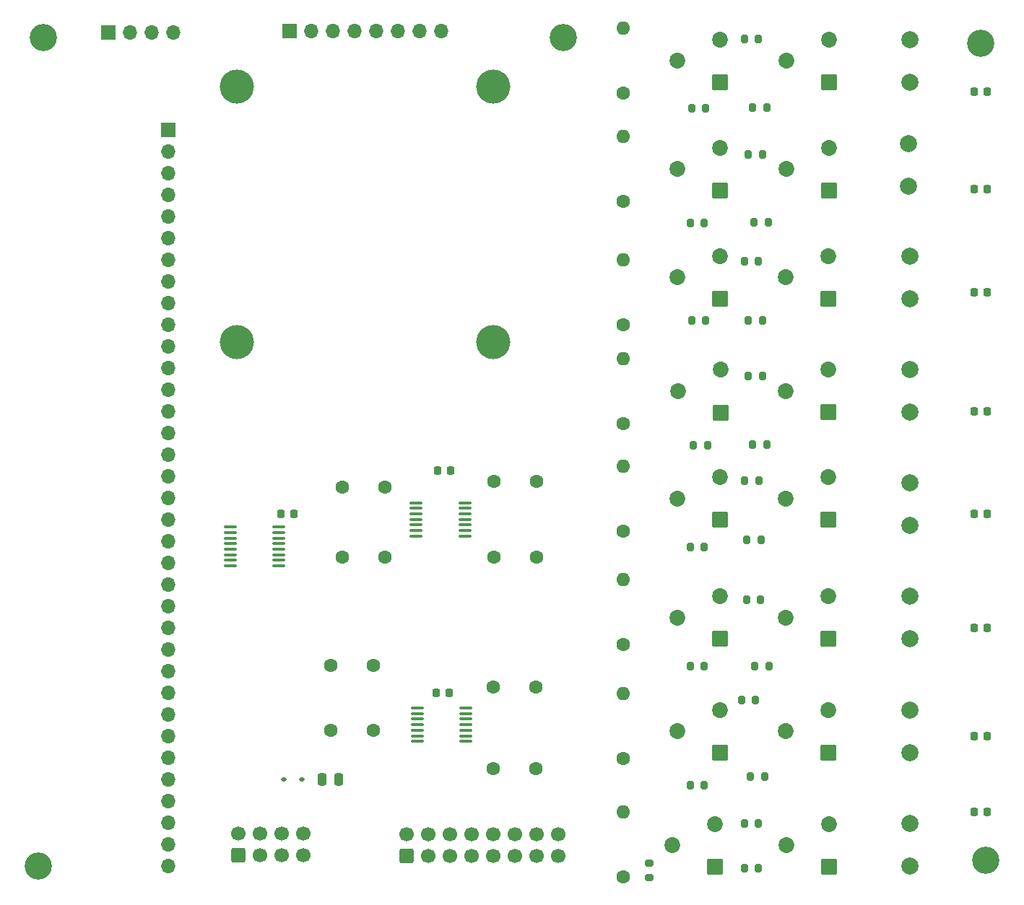
<source format=gbr>
%TF.GenerationSoftware,KiCad,Pcbnew,8.0.8*%
%TF.CreationDate,2025-02-19T17:07:23+00:00*%
%TF.ProjectId,MEMLSensorBoard,4d454d4c-5365-46e7-936f-72426f617264,rev?*%
%TF.SameCoordinates,Original*%
%TF.FileFunction,Soldermask,Top*%
%TF.FilePolarity,Negative*%
%FSLAX46Y46*%
G04 Gerber Fmt 4.6, Leading zero omitted, Abs format (unit mm)*
G04 Created by KiCad (PCBNEW 8.0.8) date 2025-02-19 17:07:23*
%MOMM*%
%LPD*%
G01*
G04 APERTURE LIST*
G04 Aperture macros list*
%AMRoundRect*
0 Rectangle with rounded corners*
0 $1 Rounding radius*
0 $2 $3 $4 $5 $6 $7 $8 $9 X,Y pos of 4 corners*
0 Add a 4 corners polygon primitive as box body*
4,1,4,$2,$3,$4,$5,$6,$7,$8,$9,$2,$3,0*
0 Add four circle primitives for the rounded corners*
1,1,$1+$1,$2,$3*
1,1,$1+$1,$4,$5*
1,1,$1+$1,$6,$7*
1,1,$1+$1,$8,$9*
0 Add four rect primitives between the rounded corners*
20,1,$1+$1,$2,$3,$4,$5,0*
20,1,$1+$1,$4,$5,$6,$7,0*
20,1,$1+$1,$6,$7,$8,$9,0*
20,1,$1+$1,$8,$9,$2,$3,0*%
G04 Aperture macros list end*
%ADD10RoundRect,0.200000X0.200000X0.275000X-0.200000X0.275000X-0.200000X-0.275000X0.200000X-0.275000X0*%
%ADD11RoundRect,0.225000X-0.225000X-0.250000X0.225000X-0.250000X0.225000X0.250000X-0.225000X0.250000X0*%
%ADD12RoundRect,0.102000X-0.825000X-0.825000X0.825000X-0.825000X0.825000X0.825000X-0.825000X0.825000X0*%
%ADD13C,1.854000*%
%ADD14C,1.600000*%
%ADD15O,1.600000X1.600000*%
%ADD16C,2.000000*%
%ADD17C,4.000000*%
%ADD18R,1.700000X1.700000*%
%ADD19O,1.700000X1.700000*%
%ADD20RoundRect,0.200000X-0.200000X-0.275000X0.200000X-0.275000X0.200000X0.275000X-0.200000X0.275000X0*%
%ADD21RoundRect,0.100000X-0.637500X-0.100000X0.637500X-0.100000X0.637500X0.100000X-0.637500X0.100000X0*%
%ADD22C,3.200000*%
%ADD23RoundRect,0.225000X0.225000X0.250000X-0.225000X0.250000X-0.225000X-0.250000X0.225000X-0.250000X0*%
%ADD24RoundRect,0.250000X0.600000X-0.600000X0.600000X0.600000X-0.600000X0.600000X-0.600000X-0.600000X0*%
%ADD25C,1.700000*%
%ADD26RoundRect,0.112500X-0.187500X-0.112500X0.187500X-0.112500X0.187500X0.112500X-0.187500X0.112500X0*%
%ADD27RoundRect,0.250000X0.250000X0.475000X-0.250000X0.475000X-0.250000X-0.475000X0.250000X-0.475000X0*%
%ADD28RoundRect,0.200000X-0.275000X0.200000X-0.275000X-0.200000X0.275000X-0.200000X0.275000X0.200000X0*%
G04 APERTURE END LIST*
D10*
%TO.C,R32*%
X203825000Y-119500000D03*
X202175000Y-119500000D03*
%TD*%
%TO.C,R31*%
X203500000Y-105000000D03*
X201850000Y-105000000D03*
%TD*%
%TO.C,R30*%
X204075000Y-93250000D03*
X202425000Y-93250000D03*
%TD*%
%TO.C,R29*%
X203900000Y-79250000D03*
X202250000Y-79250000D03*
%TD*%
%TO.C,R28*%
X204325000Y-67000000D03*
X202675000Y-67000000D03*
%TD*%
%TO.C,R27*%
X203825000Y-53500000D03*
X202175000Y-53500000D03*
%TD*%
%TO.C,R26*%
X204325000Y-41000000D03*
X202675000Y-41000000D03*
%TD*%
%TO.C,R25*%
X203825000Y-27500000D03*
X202175000Y-27500000D03*
%TD*%
D11*
%TO.C,C20*%
X229095000Y-109220000D03*
X230645000Y-109220000D03*
%TD*%
D12*
%TO.C,RV11*%
X212050000Y-97828998D03*
D13*
X207050000Y-95328998D03*
X212050000Y-92828998D03*
%TD*%
D12*
%TO.C,RV5*%
X212050000Y-57902996D03*
D13*
X207050000Y-55402996D03*
X212050000Y-52902996D03*
%TD*%
D14*
%TO.C,C7*%
X177800000Y-88265000D03*
X172800000Y-88265000D03*
%TD*%
%TO.C,R3*%
X187960000Y-46512996D03*
D15*
X187960000Y-38892996D03*
%TD*%
D14*
%TO.C,C6*%
X155020000Y-88265000D03*
X160020000Y-88265000D03*
%TD*%
D16*
%TO.C,J9*%
X221615000Y-124460000D03*
X221615000Y-119458998D03*
%TD*%
D11*
%TO.C,C1*%
X166230000Y-78105000D03*
X167780000Y-78105000D03*
%TD*%
D17*
%TO.C,U1*%
X142720000Y-33020000D03*
X142720000Y-63020000D03*
X172720000Y-33020000D03*
X172720000Y-63020000D03*
D18*
X148845000Y-26520000D03*
D19*
X151385000Y-26520000D03*
X153925000Y-26520000D03*
X156465000Y-26520000D03*
X159005000Y-26520000D03*
X161545000Y-26520000D03*
X164085000Y-26520000D03*
X166625000Y-26520000D03*
%TD*%
D12*
%TO.C,RV13*%
X212050000Y-111163998D03*
D13*
X207050000Y-108663998D03*
X212050000Y-106163998D03*
%TD*%
D11*
%TO.C,C15*%
X229095000Y-45085000D03*
X230645000Y-45085000D03*
%TD*%
D20*
%TO.C,R18*%
X203350000Y-49000000D03*
X205000000Y-49000000D03*
%TD*%
D11*
%TO.C,C19*%
X229095000Y-96520000D03*
X230645000Y-96520000D03*
%TD*%
D20*
%TO.C,R24*%
X202175000Y-124750000D03*
X203825000Y-124750000D03*
%TD*%
%TO.C,R12*%
X195835000Y-101043998D03*
X197485000Y-101043998D03*
%TD*%
D21*
%TO.C,U3*%
X163820000Y-105955000D03*
X163820000Y-106605000D03*
X163820000Y-107255000D03*
X163820000Y-107905000D03*
X163820000Y-108555000D03*
X163820000Y-109205000D03*
X163820000Y-109855000D03*
X169545000Y-109855000D03*
X169545000Y-109205000D03*
X169545000Y-108555000D03*
X169545000Y-107905000D03*
X169545000Y-107255000D03*
X169545000Y-106605000D03*
X169545000Y-105955000D03*
%TD*%
D11*
%TO.C,C16*%
X229095000Y-57150000D03*
X230645000Y-57150000D03*
%TD*%
%TO.C,C17*%
X229095000Y-71120000D03*
X230645000Y-71120000D03*
%TD*%
D22*
%TO.C,REF\u002A\u002A*%
X119380000Y-124460000D03*
%TD*%
D14*
%TO.C,C5*%
X160020000Y-80010000D03*
X155020000Y-80010000D03*
%TD*%
D20*
%TO.C,R10*%
X195835000Y-87073998D03*
X197485000Y-87073998D03*
%TD*%
D16*
%TO.C,J5*%
X221615000Y-71198998D03*
X221615000Y-66197996D03*
%TD*%
D14*
%TO.C,R7*%
X187960000Y-72547996D03*
D15*
X187960000Y-64927996D03*
%TD*%
D12*
%TO.C,RV1*%
X212090000Y-32502996D03*
D13*
X207090000Y-30002996D03*
X212090000Y-27502996D03*
%TD*%
D11*
%TO.C,C13*%
X229095000Y-118110000D03*
X230645000Y-118110000D03*
%TD*%
%TO.C,C2*%
X166047500Y-104140000D03*
X167597500Y-104140000D03*
%TD*%
D16*
%TO.C,J2*%
X221615000Y-32503497D03*
X221615000Y-27502495D03*
%TD*%
%TO.C,J7*%
X221615000Y-97829499D03*
X221615000Y-92828497D03*
%TD*%
D11*
%TO.C,C3*%
X147815000Y-83185000D03*
X149365000Y-83185000D03*
%TD*%
D23*
%TO.C,C14*%
X230645000Y-33655000D03*
X229095000Y-33655000D03*
%TD*%
D12*
%TO.C,RV12*%
X199350000Y-97828998D03*
D13*
X194350000Y-95328998D03*
X199350000Y-92828998D03*
%TD*%
D18*
%TO.C,J1*%
X134620000Y-38100000D03*
D19*
X134620000Y-40640000D03*
X134620000Y-43180000D03*
X134620000Y-45720000D03*
X134620000Y-48260000D03*
X134620000Y-50800000D03*
X134620000Y-53340000D03*
X134620000Y-55880000D03*
X134620000Y-58420000D03*
X134620000Y-60960000D03*
X134620000Y-63500000D03*
X134620000Y-66040000D03*
X134620000Y-68580000D03*
X134620000Y-71120000D03*
X134620000Y-73660000D03*
X134620000Y-76200000D03*
X134620000Y-78740000D03*
X134620000Y-81280000D03*
X134620000Y-83820000D03*
X134620000Y-86360000D03*
X134620000Y-88900000D03*
X134620000Y-91440000D03*
X134620000Y-93980000D03*
X134620000Y-96520000D03*
X134620000Y-99060000D03*
X134620000Y-101600000D03*
X134620000Y-104140000D03*
X134620000Y-106680000D03*
X134620000Y-109220000D03*
X134620000Y-111760000D03*
X134620000Y-114300000D03*
X134620000Y-116840000D03*
X134620000Y-119380000D03*
X134620000Y-121920000D03*
X134620000Y-124460000D03*
%TD*%
D14*
%TO.C,C8*%
X177800000Y-79375000D03*
X172800000Y-79375000D03*
%TD*%
D12*
%TO.C,RV8*%
X199390000Y-71277996D03*
D13*
X194390000Y-68777996D03*
X199390000Y-66277996D03*
%TD*%
D14*
%TO.C,R13*%
X187960000Y-111838998D03*
D15*
X187960000Y-104218998D03*
%TD*%
D20*
%TO.C,R14*%
X195835000Y-115013998D03*
X197485000Y-115013998D03*
%TD*%
%TO.C,R19*%
X202675000Y-60500000D03*
X204325000Y-60500000D03*
%TD*%
D22*
%TO.C,REF\u002A\u002A*%
X230505000Y-123825000D03*
%TD*%
D14*
%TO.C,C9*%
X153710000Y-100965000D03*
X158710000Y-100965000D03*
%TD*%
%TO.C,C11*%
X177760000Y-113030000D03*
X172760000Y-113030000D03*
%TD*%
D11*
%TO.C,C18*%
X229095000Y-83185000D03*
X230645000Y-83185000D03*
%TD*%
D14*
%TO.C,R9*%
X187960000Y-85168998D03*
D15*
X187960000Y-77548998D03*
%TD*%
D24*
%TO.C,J10*%
X142875000Y-123190000D03*
D25*
X142875000Y-120650000D03*
X145415000Y-123190000D03*
X145415000Y-120650000D03*
X147954999Y-123190000D03*
X147955000Y-120650000D03*
X150495000Y-123190000D03*
X150495000Y-120650000D03*
%TD*%
D12*
%TO.C,RV9*%
X212050000Y-83858998D03*
D13*
X207050000Y-81358998D03*
X212050000Y-78858998D03*
%TD*%
D20*
%TO.C,R4*%
X195835000Y-49052996D03*
X197485000Y-49052996D03*
%TD*%
D16*
%TO.C,J8*%
X221615000Y-111164499D03*
X221615000Y-106163497D03*
%TD*%
D26*
%TO.C,D1*%
X148175000Y-114300000D03*
X150275000Y-114300000D03*
%TD*%
D14*
%TO.C,C10*%
X158710000Y-108585000D03*
X153710000Y-108585000D03*
%TD*%
D12*
%TO.C,RV7*%
X212050000Y-71237996D03*
D13*
X207050000Y-68737996D03*
X212050000Y-66237996D03*
%TD*%
D12*
%TO.C,RV3*%
X212090000Y-45202996D03*
D13*
X207090000Y-42702996D03*
X212090000Y-40202996D03*
%TD*%
D27*
%TO.C,C4*%
X154619999Y-114300000D03*
X152720001Y-114300000D03*
%TD*%
D12*
%TO.C,RV6*%
X199350000Y-57902996D03*
D13*
X194350000Y-55402996D03*
X199350000Y-52902996D03*
%TD*%
D28*
%TO.C,R16*%
X191000000Y-124175000D03*
X191000000Y-125825000D03*
%TD*%
D20*
%TO.C,R8*%
X196215000Y-75087996D03*
X197865000Y-75087996D03*
%TD*%
%TO.C,R2*%
X196025000Y-35560000D03*
X197675000Y-35560000D03*
%TD*%
D14*
%TO.C,R1*%
X187960000Y-33812996D03*
D15*
X187960000Y-26192996D03*
%TD*%
D12*
%TO.C,RV10*%
X199350000Y-83858998D03*
D13*
X194350000Y-81358998D03*
X199350000Y-78858998D03*
%TD*%
D12*
%TO.C,RV4*%
X199350000Y-45202996D03*
D13*
X194350000Y-42702996D03*
X199350000Y-40202996D03*
%TD*%
D20*
%TO.C,R6*%
X196025000Y-60482996D03*
X197675000Y-60482996D03*
%TD*%
D21*
%TO.C,U4*%
X141917500Y-84720000D03*
X141917500Y-85370000D03*
X141917500Y-86020000D03*
X141917500Y-86670000D03*
X141917500Y-87320000D03*
X141917500Y-87970000D03*
X141917500Y-88620000D03*
X141917500Y-89270000D03*
X147642500Y-89270000D03*
X147642500Y-88620000D03*
X147642500Y-87970000D03*
X147642500Y-87320000D03*
X147642500Y-86670000D03*
X147642500Y-86020000D03*
X147642500Y-85370000D03*
X147642500Y-84720000D03*
%TD*%
D12*
%TO.C,RV16*%
X198755000Y-124538998D03*
D13*
X193755000Y-122038998D03*
X198755000Y-119538998D03*
%TD*%
D20*
%TO.C,R20*%
X203175000Y-75000000D03*
X204825000Y-75000000D03*
%TD*%
D12*
%TO.C,RV14*%
X199350000Y-111163998D03*
D13*
X194350000Y-108663998D03*
X199350000Y-106163998D03*
%TD*%
D14*
%TO.C,R11*%
X187960000Y-98503998D03*
D15*
X187960000Y-90883998D03*
%TD*%
D18*
%TO.C,J12*%
X127635000Y-26670000D03*
D19*
X130175000Y-26670000D03*
X132714999Y-26670000D03*
X135255000Y-26670000D03*
%TD*%
D12*
%TO.C,RV15*%
X212090000Y-124538998D03*
D13*
X207090000Y-122038998D03*
X212090000Y-119538998D03*
%TD*%
D21*
%TO.C,U2*%
X163700000Y-81870000D03*
X163700000Y-82520000D03*
X163700000Y-83170000D03*
X163700000Y-83820000D03*
X163700000Y-84470000D03*
X163700000Y-85120000D03*
X163700000Y-85770000D03*
X169425000Y-85770000D03*
X169425000Y-85120000D03*
X169425000Y-84470000D03*
X169425000Y-83820000D03*
X169425000Y-83170000D03*
X169425000Y-82520000D03*
X169425000Y-81870000D03*
%TD*%
D20*
%TO.C,R21*%
X202500000Y-86250000D03*
X204150000Y-86250000D03*
%TD*%
D14*
%TO.C,R15*%
X187960000Y-125730000D03*
D15*
X187960000Y-118110000D03*
%TD*%
D16*
%TO.C,J3*%
X221397000Y-44701497D03*
X221397000Y-39700495D03*
%TD*%
D24*
%TO.C,J11*%
X162560000Y-123307500D03*
D25*
X162560000Y-120767500D03*
X165100000Y-123307500D03*
X165100000Y-120767500D03*
X167640000Y-123307500D03*
X167640000Y-120767500D03*
X170180000Y-123307500D03*
X170180000Y-120767500D03*
X172720000Y-123307500D03*
X172720000Y-120767500D03*
X175260000Y-123307500D03*
X175260000Y-120767500D03*
X177800000Y-123307500D03*
X177800000Y-120767500D03*
X180340000Y-123307500D03*
X180340000Y-120767500D03*
%TD*%
D14*
%TO.C,R5*%
X187960000Y-60960000D03*
D15*
X187960000Y-53340000D03*
%TD*%
D20*
%TO.C,R22*%
X203425000Y-101000000D03*
X205075000Y-101000000D03*
%TD*%
D14*
%TO.C,C12*%
X177760000Y-103505000D03*
X172760000Y-103505000D03*
%TD*%
D22*
%TO.C,REF\u002A\u002A*%
X120015000Y-27305000D03*
%TD*%
%TO.C,REF\u002A\u002A*%
X180975000Y-27305000D03*
%TD*%
D16*
%TO.C,J6*%
X221615000Y-84494499D03*
X221615000Y-79493497D03*
%TD*%
D12*
%TO.C,RV2*%
X199350000Y-32502996D03*
D13*
X194350000Y-30002996D03*
X199350000Y-27502996D03*
%TD*%
D22*
%TO.C,REF\u002A\u002A*%
X229870000Y-27940000D03*
%TD*%
D16*
%TO.C,J4*%
X221615000Y-57903497D03*
X221615000Y-52902495D03*
%TD*%
D20*
%TO.C,R17*%
X203175000Y-35500000D03*
X204825000Y-35500000D03*
%TD*%
%TO.C,R23*%
X202925000Y-114000000D03*
X204575000Y-114000000D03*
%TD*%
M02*

</source>
